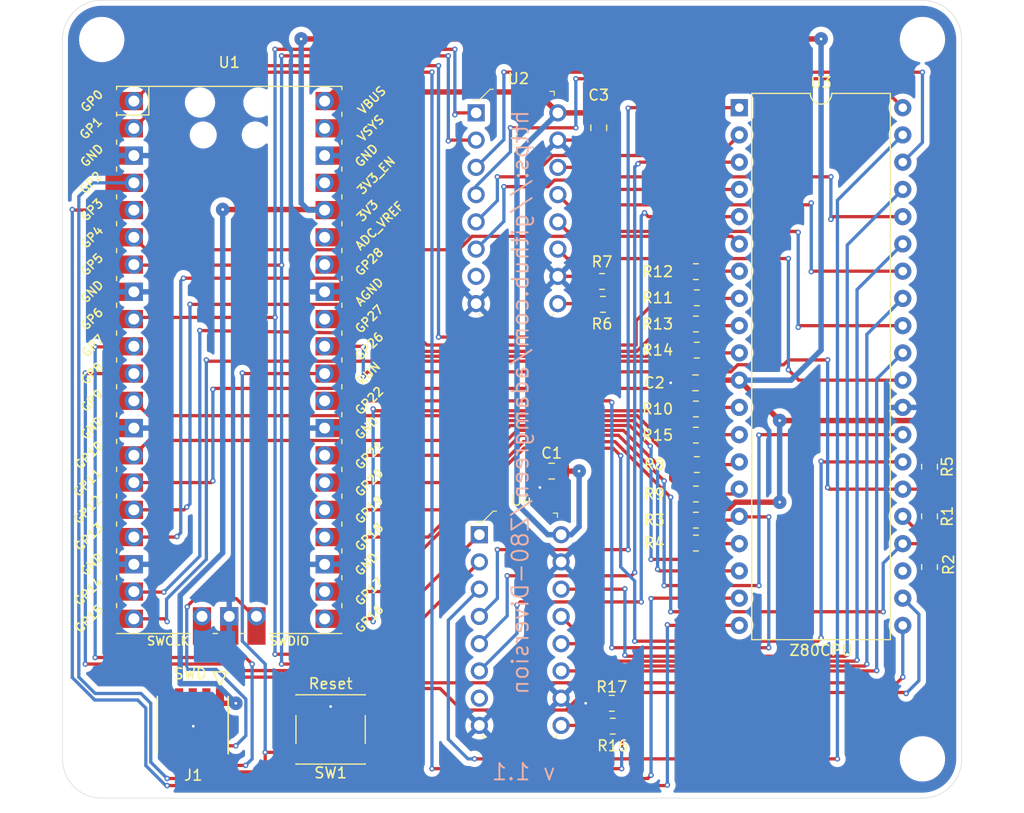
<source format=kicad_pcb>
(kicad_pcb (version 20211014) (generator pcbnew)
  (title_block (date "2023-09-16") (rev "1.1"))
  (layers (0 "F.Cu" signal) (31 "B.Cu" signal) (34 "B.Paste" user) (35 "F.Paste" user) (36 "B.SilkS" user "B.Silkscreen") (37 "F.SilkS" user "F.Silkscreen") (38 "B.Mask" user) (39 "F.Mask" user) (44 "Edge.Cuts" user))
  (net 0 "")
  (net 1 "GND")
  (net 2 "+5V")
  (net 3 "+3.3V")
  (net 4 "Net-(R1-Pad2)")
  (net 5 "/~{Z80_WAIT}")
  (net 6 "/~{Z80_INT}")
  (net 7 "/~{Z80_NMI}")
  (net 8 "/~{Z80_RESET}")
  (net 9 "Net-(R6-Pad1)")
  (net 10 "/Shift_Even")
  (net 11 "Net-(R8-Pad1)")
  (net 12 "/Z80_D0")
  (net 13 "Net-(R9-Pad1)")
  (net 14 "/Z80_D1")
  (net 15 "Net-(R10-Pad1)")
  (net 16 "/Z80_D2")
  (net 17 "Net-(R11-Pad1)")
  (net 18 "/Z80_D3")
  (net 19 "Net-(R12-Pad1)")
  (net 20 "/Z80_D4")
  (net 21 "Net-(R13-Pad1)")
  (net 22 "/Z80_D5")
  (net 23 "Net-(R14-Pad1)")
  (net 24 "/Z80_D6")
  (net 25 "Net-(R15-Pad1)")
  (net 26 "/Z80_D7")
  (net 27 "Net-(R16-Pad1)")
  (net 28 "/Shift_Odd")
  (net 29 "/~{RESET}")
  (net 30 "/~{Shift_Latch}")
  (net 31 "/~{Shift_Clock}")
  (net 32 "/Z80_A8")
  (net 33 "/Z80_A10")
  (net 34 "/Z80_A12")
  (net 35 "/Z80_A14")
  (net 37 "/Z80_A0")
  (net 38 "/Z80_A2")
  (net 39 "/Z80_A4")
  (net 40 "/Z80_A6")
  (net 41 "/Z80_A11")
  (net 42 "/Z80_A13")
  (net 43 "/Z80_A15")
  (net 44 "/~{Z80_CLK}")
  (net 45 "/~{Z80_HALT}")
  (net 46 "/~{Z80_MREQ}")
  (net 47 "/~{Z80_IORQ}")
  (net 48 "/~{Z80_RD}")
  (net 49 "/~{Z80_WR}")
  (net 51 "/~{Z80_M1}")
  (net 52 "/~{Z80_RFSH}")
  (net 53 "/Z80_A1")
  (net 54 "/Z80_A3")
  (net 55 "/Z80_A5")
  (net 56 "/Z80_A7")
  (net 57 "/Z80_A9")
  (net 64 "Net-(J1-Pad4)")
  (net 65 "Net-(J1-Pad2)")
  (footprint "Resistor_SMD:R_0805_2012Metric_Pad1.20x1.40mm_HandSolder" (layer "F.Cu") (at 147.4376 114.6048)
    (fp_text reference "R4")
    (fp_text value "2.2k" hide)
  )
  (footprint "Resistor_SMD:R_0805_2012Metric_Pad1.20x1.40mm_HandSolder" (layer "F.Cu") (at 138.7696 92.3544)
    (fp_text reference "R6")
    (fp_text value "220" hide)
  )
  (footprint "Resistor_SMD:R_0805_2012Metric_Pad1.20x1.40mm_HandSolder" (layer "F.Cu") (at 138.684 90.2208 180)
    (fp_text reference "R7")
    (fp_text value "330" hide)
  )
  (footprint "Capacitor_SMD:C_0805_2012Metric_Pad1.18x1.45mm_HandSolder" (layer "F.Cu") (at 138.3792 75.8952 90)
    (fp_text reference "C3")
    (fp_text value "0.1µF" hide)
  )
  (footprint "MountingHole:MountingHole_3.2mm_M3" (layer "F.Cu") (at 92.0496 134.7216)
    (fp_text reference "REF**" hide)
    (fp_text value "MountingHole_3.2mm_M3")
  )
  (footprint "Resistor_SMD:R_0805_2012Metric_Pad1.20x1.40mm_HandSolder" (layer "F.Cu") (at 147.5232 96.6216 180)
    (fp_text reference "R14")
    (fp_text value "330" hide)
  )
  (footprint "Package_DIP:DIP-40_W15.24mm" (layer "F.Cu") (at 151.4806 74.0206)
    (fp_text reference "U3")
    (fp_text value "Z80CPU")
  )
  (footprint "Resistor_SMD:R_0805_2012Metric_Pad1.20x1.40mm_HandSolder" (layer "F.Cu") (at 147.4376 112.4712)
    (fp_text reference "R3")
    (fp_text value "2.2k")
  )
  (footprint "Resistor_SMD:R_0805_2012Metric_Pad1.20x1.40mm_HandSolder" (layer "F.Cu") (at 139.5984 129.54 180)
    (fp_text reference "R17")
    (fp_text value "330" hide)
  )
  (footprint "Resistor_SMD:R_0805_2012Metric_Pad1.20x1.40mm_HandSolder" (layer "F.Cu") (at 147.4376 89.3064 180)
    (fp_text reference "R12")
    (fp_text value "330" hide)
  )
  (footprint "Resistor_SMD:R_0805_2012Metric_Pad1.20x1.40mm_HandSolder" (layer "F.Cu") (at 147.4376 104.5464 180)
    (fp_text reference "R15")
    (fp_text value "330" hide)
  )
  (footprint "Resistor_SMD:R_0805_2012Metric_Pad1.20x1.40mm_HandSolder" (layer "F.Cu") (at 147.4376 94.1832 180)
    (fp_text reference "R13")
    (fp_text value "330" hide)
  )
  (footprint "Capacitor_SMD:C_0805_2012Metric_Pad1.18x1.45mm_HandSolder" (layer "F.Cu") (at 147.4001 99.6696 180)
    (fp_text reference "C2")
    (fp_text value "0.1µF" hide)
  )
  (footprint "Resistor_SMD:R_0805_2012Metric_Pad1.20x1.40mm_HandSolder" (layer "F.Cu") (at 147.5232 91.7448 180)
    (fp_text reference "R11")
    (fp_text value "330" hide)
  )
  (footprint "MountingHole:MountingHole_3.2mm_M3" (layer "F.Cu") (at 92.0496 67.6656)
    (fp_text reference "REF**" hide)
    (fp_text value "MountingHole_3.2mm_M3")
  )
  (footprint "Resistor_SMD:R_0805_2012Metric_Pad1.20x1.40mm_HandSolder" (layer "F.Cu") (at 139.684 131.6736)
    (fp_text reference "R16")
    (fp_text value "220" hide)
  )
  (footprint "Resistor_SMD:R_0805_2012Metric_Pad1.20x1.40mm_HandSolder" (layer "F.Cu") (at 147.4376 110.0328 180)
    (fp_text reference "R9")
    (fp_text value "330" hide)
  )
  (footprint "Resistor_SMD:R_0805_2012Metric_Pad1.20x1.40mm_HandSolder" (layer "F.Cu") (at 147.5232 107.2896 180)
    (fp_text reference "R8")
    (fp_text value "330" hide)
  )
  (footprint "Resistor_SMD:R_0805_2012Metric_Pad1.20x1.40mm_HandSolder" (layer "F.Cu") (at 147.4376 102.108 180)
    (fp_text reference "R10")
    (fp_text value "330" hide)
  )
  (footprint "RPi_Pico:RPi_Pico_SMD_TH" (layer "F.Cu") (at 103.9368 97.536)
    (fp_text reference "U1")
    (fp_text value "Pico")
  )
  (footprint "digikey-footprints:DIP-16_W7.62mm" (layer "F.Cu") (at 126.9492 74.5056)
    (fp_text reference "U2")
    (fp_text value "SN74HC165N")
  )
  (footprint "Button_Switch_SMD:SW_Push_1P1T_NO_6x6mm_H9.5mm" (layer "F.Cu") (at 113.3856 131.9784 180)
    (fp_text reference "SW1")
    (fp_text value "Reset")
  )
  (footprint "Resistor_SMD:R_0805_2012Metric_Pad1.20x1.40mm_HandSolder" (layer "F.Cu") (at 169.2148 116.84 90)
    (fp_text reference "R2")
    (fp_text value "2.2k" hide)
  )
  (footprint "digikey-footprints:DIP-16_W7.62mm" (layer "F.Cu") (at 127.254 113.8248)
    (fp_text reference "U4")
    (fp_text value "SN74HC165N")
  )
  (footprint "MountingHole:MountingHole_3.2mm_M3" (layer "F.Cu") (at 168.5544 67.6656)
    (fp_text reference "REF**" hide)
    (fp_text value "MountingHole_3.2mm_M3")
  )
  (footprint "SWD_footprints:CON10_2X5_DUK_FTSH_SAI" (layer "F.Cu") (at 100.5332 131.572 180)
    (fp_text reference "J1")
    (fp_text value "SWD")
  )
  (footprint "Resistor_SMD:R_0805_2012Metric_Pad1.20x1.40mm_HandSolder" (layer "F.Cu") (at 169.2148 112.1156 -90)
    (fp_text reference "R1")
    (fp_text value "2.2k" hide)
  )
  (footprint "Resistor_SMD:R_0805_2012Metric_Pad1.20x1.40mm_HandSolder" (layer "F.Cu") (at 169.2148 107.4928 -90)
    (fp_text reference "R5")
    (fp_text value "2.2k" hide)
  )
  (footprint "Capacitor_SMD:C_0805_2012Metric_Pad1.18x1.45mm_HandSolder" (layer "F.Cu") (at 133.9889 107.8992)
    (fp_text reference "C1")
    (fp_text value "0.1µF" hide)
  )
  (footprint "MountingHole:MountingHole_3.2mm_M3" (layer "F.Cu") (at 168.5544 134.7216)
    (fp_text reference "REF**" hide)
    (fp_text value "MountingHole_3.2mm_M3")
  )
  (gr_arc (start 172.212 134.7216) (mid 171.140714 137.307914) (end 168.5544 138.3792) (layer "Edge.Cuts") (width 0.05))
  (gr_line (start 172.212 67.6656) (end 172.212 134.7216) (layer "Edge.Cuts") (width 0.05))
  (gr_arc (start 92.0496 138.3792) (mid 89.463286 137.307914) (end 88.392 134.7216) (layer "Edge.Cuts") (width 0.05))
  (gr_arc (start 168.5544 64.008) (mid 171.140714 65.079286) (end 172.212 67.6656) (layer "Edge.Cuts") (width 0.05))
  (gr_arc (start 88.392 67.6656) (mid 89.463286 65.079286) (end 92.0496 64.008) (layer "Edge.Cuts") (width 0.05))
  (gr_line (start 168.5544 138.3792) (end 92.0496 138.3792) (layer "Edge.Cuts") (width 0.05))
  (gr_line (start 92.0496 64.008) (end 168.5544 64.008) (layer "Edge.Cuts") (width 0.05))
  (gr_line (start 88.392 134.7216) (end 88.392 67.6656) (layer "Edge.Cuts") (width 0.05))
  (gr_text "https://github.com/adamgreen/Z80-Diversion" (at 131.064 101.4984 90) (layer "B.SilkS") (effects (font (size 1.524 1.524) (thickness 0.1778)) (justify mirror)))
  (gr_text "v 1.1" (at 131.3688 135.9408) (layer "B.SilkS") (effects (font (size 1.524 1.524) (thickness 0.1778)) (justify mirror)))
  (segment (start 101.4984 131.6736) (end 100.584 131.6736) (width 0.3048) (layer "F.Cu") (net 1))
  (segment (start 109.4106 129.7284) (end 113.2692 129.7284) (width 0.3048) (layer "F.Cu") (net 1))
  (segment (start 146.3626 99.6696) (end 145.0848 99.6696) (width 0.3048) (layer "F.Cu") (net 1))
  (segment (start 97.9932 129.54) (end 97.9932 130.556) (width 0.3048) (layer "F.Cu") (net 1))
  (segment (start 117.3606 129.7284) (end 113.502 129.7284) (width 0.3048) (layer "F.Cu") (net 1))
  (segment (start 137.684 90.2208) (end 137.2088 89.7456) (width 0.3048) (layer "F.Cu") (net 1))
  (segment (start 100.5332 129.54) (end 100.5332 131.6228) (width 0.3048) (layer "F.Cu") (net 1))
  (segment (start 113.2692 129.7284) (end 113.3856 129.8448) (width 0.3048) (layer "F.Cu") (net 1))
  (segment (start 101.8032 131.3688) (end 101.4984 131.6736) (width 0.3048) (layer "F.Cu") (net 1))
  (segment (start 132.9514 109.3646) (end 132.8928 109.4232) (width 0.3048) (layer "F.Cu") (net 1))
  (segment (start 132.9514 107.8992) (end 132.9514 109.3646) (width 0.3048) (layer "F.Cu") (net 1))
  (segment (start 113.502 129.7284) (end 113.3856 129.8448) (width 0.3048) (layer "F.Cu") (net 1))
  (segment (start 99.1108 131.6736) (end 100.584 131.6736) (width 0.3048) (layer "F.Cu") (net 1))
  (segment (start 138.2663 77.0456) (end 134.5692 77.0456) (width 0.3048) (layer "F.Cu") (net 1))
  (segment (start 137.2088 89.7456) (end 134.5692 89.7456) (width 0.3048) (layer "F.Cu") (net 1))
  (segment (start 97.9932 130.556) (end 99.1108 131.6736) (width 0.3048) (layer "F.Cu") (net 1))
  (segment (start 138.5984 129.54) (end 137.16 129.54) (width 0.3048) (layer "F.Cu") (net 1))
  (segment (start 138.3792 76.9327) (end 138.2663 77.0456) (width 0.3048) (layer "F.Cu") (net 1))
  (segment (start 101.8032 129.54) (end 101.8032 131.3688) (width 0.3048) (layer "F.Cu") (net 1))
  (segment (start 100.5332 131.6228) (end 100.584 131.6736) (width 0.3048) (layer "F.Cu") (net 1))
  (via (at 132.8928 109.4232) (size 0.508) (drill 0.254) (layers "F.Cu" "B.Cu") (net 1))
  (via (at 137.16 129.54) (size 0.508) (drill 0.254) (layers "F.Cu" "B.Cu") (net 1))
  (via (at 113.3856 129.8448) (size 0.508) (drill 0.254) (layers "F.Cu" "B.Cu") (net 1))
  (via (at 145.0848 99.6696) (size 0.508) (drill 0.254) (layers "F.Cu" "B.Cu") (net 1))
  (via (at 100.584 131.6736) (size 0.508) (drill 0.254) (layers "F.Cu" "B.Cu") (net 1))
  (segment (start 134.5692 74.5056) (end 138.0271 74.5056) (width 0.508) (layer "F.Cu") (net 2))
  (segment (start 132.6196 72.556) (end 134.5692 74.5056) (width 0.508) (layer "F.Cu") (net 2))
  (segment (start 135.0264 107.8992) (end 136.5504 107.8992) (width 0.508) (layer "F.Cu") (net 2))
  (segment (start 112.8268 73.406) (end 113.6768 72.556) (width 0.508) (layer "F.Cu") (net 2))
  (segment (start 113.6768 72.556) (end 132.6196 72.556) (width 0.508) (layer "F.Cu") (net 2))
  (segment (start 138.0271 74.5056) (end 138.3792 74.8577) (width 0.508) (layer "F.Cu") (net 2))
  (via (at 136.5504 107.8992) (size 1.27) (drill 0.254) (layers "F.Cu" "B.Cu") (net 2))
  (segment (start 134.5692 74.5056) (end 130.7592 78.3156) (width 0.508) (layer "B.Cu") (net 2))
  (segment (start 136.5504 113.0808) (end 135.8064 113.8248) (width 0.508) (layer "B.Cu") (net 2))
  (segment (start 136.5504 107.8992) (end 136.5504 113.0808) (width 0.508) (layer "B.Cu") (net 2))
  (segment (start 130.7592 78.3156) (end 130.7592 110.9472) (width 0.508) (layer "B.Cu") (net 2))
  (segment (start 133.6368 113.8248) (end 134.874 113.8248) (width 0.508) (layer "B.Cu") (net 2))
  (segment (start 130.7592 110.9472) (end 133.6368 113.8248) (width 0.508) (layer "B.Cu") (net 2))
  (segment (start 135.8064 113.8248) (end 134.874 113.8248) (width 0.508) (layer "B.Cu") (net 2))
  (segment (start 170.4848 107.7628) (end 170.4848 110.1852) (width 0.508) (layer "F.Cu") (net 3))
  (segment (start 103.3272 83.5152) (end 112.776 83.5152) (width 0.508) (layer "F.Cu") (net 3))
  (segment (start 169.2148 117.84) (end 170.4848 116.57) (width 0.508) (layer "F.Cu") (net 3))
  (segment (start 169.2148 106.4928) (end 170.4848 107.7628) (width 0.508) (layer "F.Cu") (net 3))
  (segment (start 167.956135 103.186135) (end 169.2148 104.4448) (width 0.508) (layer "F.Cu") (net 3))
  (segment (start 103.0732 129.54) (end 104.5464 129.54) (width 0.508) (layer "F.Cu") (net 3))
  (segment (start 112.776 83.5152) (end 112.8268 83.566) (width 0.508) (layer "F.Cu") (net 3))
  (segment (start 148.6866 99.4206) (end 148.4376 99.6696) (width 0.508) (layer "F.Cu") (net 3))
  (segment (start 170.4848 112.3856) (end 169.2148 111.1156) (width 0.508) (layer "F.Cu") (net 3))
  (segment (start 159.1056 67.6148) (end 110.6424 67.6148) (width 0.508) (layer "F.Cu") (net 3))
  (segment (start 151.4806 99.4206) (end 155.246135 103.186135) (width 0.508) (layer "F.Cu") (net 3))
  (segment (start 150.530292 111.3648) (end 151.100292 110.7948) (width 0.508) (layer "F.Cu") (net 3))
  (segment (start 170.4848 110.1852) (end 169.5544 111.1156) (width 0.508) (layer "F.Cu") (net 3))
  (segment (start 151.4806 99.4206) (end 148.6866 99.4206) (width 0.508) (layer "F.Cu") (net 3))
  (segment (start 169.2148 104.4448) (end 169.2148 106.4928) (width 0.508) (layer "F.Cu") (net 3))
  (segment (start 147.544 111.3648) (end 150.530292 111.3648) (width 0.508) (layer "F.Cu") (net 3))
  (segment (start 169.5544 111.1156) (end 169.2148 111.1156) (width 0.508) (layer "F.Cu") (net 3))
  (segment (start 170.4848 116.57) (end 170.4848 112.3856) (width 0.508) (layer "F.Cu") (net 3))
  (segment (start 146.4376 112.4712) (end 147.544 111.3648) (width 0.508) (layer "F.Cu") (net 3))
  (segment (start 151.100292 110.7948) (end 155.2448 110.7948) (width 0.508) (layer "F.Cu") (net 3))
  (segment (start 146.4376 114.6048) (end 146.4376 112.4712) (width 0.508) (layer "F.Cu") (net 3))
  (segment (start 155.246135 103.186135) (end 167.956135 103.186135) (width 0.508) (layer "F.Cu") (net 3))
  (via (at 155.2448 110.7948) (size 1.27) (drill 0.254) (layers "F.Cu" "B.Cu") (net 3))
  (via (at 155.246135 103.186135) (size 1.27) (drill 0.254) (layers "F.Cu" "B.Cu") (net 3))
  (via (at 104.5464 129.54) (size 1.27) (drill 0.254) (layers "F.Cu" "B.Cu") (net 3))
  (via (at 110.6424 67.6148) (size 1.27) (drill 0.254) (layers "F.Cu" "B.Cu") (net 3))
  (via (at 159.1056 67.6148) (size 1.27) (drill 0.254) (layers "F.Cu" "B.Cu") (net 3))
  (via (at 103.3272 83.5152) (size 1.27) (drill 0.254) (layers "F.Cu" "B.Cu") (net 3))
  (segment (start 110.6424 82.9056) (end 111.3028 83.566) (width 0.508) (layer "B.Cu") (net 3))
  (segment (start 99.3648 127.7112) (end 99.3648 119.4816) (width 0.508) (layer "B.Cu") (net 3))
  (segment (start 99.3648 119.4816) (end 103.3272 115.5192) (width 0.508) (layer "B.Cu") (net 3))
  (segment (start 155.2448 110.7948) (end 155.2448 103.18747) (width 0.508) (layer "B.Cu") (net 3))
  (segment (start 104.5464 129.54) (end 102.7176 127.7112) (width 0.508) (layer "B.Cu") (net 3))
  (segment (start 156.3066 99.4206) (end 151.4806 99.4206) (width 0.508) (layer "B.Cu") (net 3))
  (segment (start 159.1056 96.6216) (end 156.3066 99.4206) (width 0.508) (layer "B.Cu") (net 3))
  (segment (start 110.6424 67.6148) (end 110.6424 82.9056) (width 0.508) (layer "B.Cu") (net 3))
  (segment (start 103.3272 115.5192) (end 103.3272 83.5152) (width 0.508) (layer "B.Cu") (net 3))
  (segment (start 102.7176 127.7112) (end 99.3648 127.7112) (width 0.508) (layer "B.Cu") (net 3))
  (segment (start 111.3028 83.566) (end 112.8268 83.566) (width 0.508) (layer "B.Cu") (net 3))
  (segment (start 155.2448 103.18747) (end 155.246135 103.186135) (width 0.508) (layer "B.Cu") (net 3))
  (segment (start 159.1056 67.6148) (end 159.1056 96.6216) (width 0.508) (layer "B.Cu") (net 3))
  (segment (start 166.7206 112.1206) (end 167.8332 113.2332) (width 0.3048) (layer "F.Cu") (net 4))
  (segment (start 169.0972 113.2332) (end 169.2148 113.1156) (width 0.3048) (layer "F.Cu") (net 4))
  (segment (start 167.8332 113.2332) (end 169.0972 113.2332) (width 0.3048) (layer "F.Cu") (net 4))
  (segment (start 168.0354 114.6606) (end 169.2148 115.84) (width 0.3048) (layer "F.Cu") (net 5))
  (segment (start 145.0848 121.0056) (end 164.8968 121.0056) (width 0.3048) (layer "F.Cu") (net 5))
  (segment (start 139.9032 105.156) (end 145.0848 110.3376) (width 0.3048) (layer "F.Cu") (net 5))
  (segment (start 112.8268 114.046) (end 122.4788 114.046) (width 0.3048) (layer "F.Cu") (net 5))
  (segment (start 131.3688 105.156) (end 139.9032 105.156) (width 0.3048) (layer "F.Cu") (net 5))
  (segment (start 166.7206 114.6606) (end 168.0354 114.6606) (width 0.3048) (layer "F.Cu") (net 5))
  (segment (start 122.4788 114.046) (end 131.3688 105.156) (width 0.3048) (layer "F.Cu") (net 5))
  (via (at 164.8968 121.0056) (size 0.508) (drill 0.254) (layers "F.Cu" "B.Cu") (net 5))
  (via (at 145.0848 110.3376) (size 0.508) (drill 0.254) (layers "F.Cu" "B.Cu") (net 5))
  (via (at 145.0848 121.0056) (size 0.508) (drill 0.254) (layers "F.Cu" "B.Cu") (net 5))
  (segment (start 164.8968 116.4844) (end 166.7206 114.6606) (width 0.3048) (layer "B.Cu") (net 5))
  (segment (start 145.0848 110.3376) (end 145.0848 121.0056) (width 0.3048) (layer "B.Cu") (net 5))
  (segment (start 164.8968 121.0056) (end 164.8968 116.4844) (width 0.3048) (layer "B.Cu") (net 5))
  (segment (start 139.446 101.346) (end 139.5984 101.4984) (width 0.3048) (layer "F.Cu") (net 6))
  (segment (start 154.2288 112.1664) (end 151.5264 112.1664) (width 0.3048) (layer "F.Cu") (net 6))
  (segment (start 151.13 112.4712) (end 148.4376 112.4712) (width 0.3048) (layer "F.Cu") (net 6))
  (segment (start 112.8268 101.346) (end 139.446 101.346) (width 0.3048) (layer "F.Cu") (net 6))
  (segment (start 151.4806 112.1206) (end 151.13 112.4712) (width 0.3048) (layer "F.Cu") (net 6))
  (segment (start 151.5264 112.1664) (end 151.4806 112.1206) (width 0.3048) (layer "F.Cu") (net 6))
  (segment (start 139.5984 124.3584) (end 154.2288 124.3584) (width 0.3048) (layer "F.Cu") (net 6))
  (via (at 139.5984 124.3584) (size 0.508) (drill 0.254) (layers "F.Cu" "B.Cu") (net 6))
  (via (at 154.2288 112.1664) (size 0.508) (drill 0.254) (layers "F.Cu" "B.Cu") (net 6))
  (via (at 154.2288 124.3584) (size 0.508) (drill 0.254) (layers "F.Cu" "B.Cu") (net 6))
  (via (at 139.5984 101.4984) (size 0.508) (drill 0.254) (layers "F.Cu" "B.Cu") (net 6))
  (segment (start 154.2288 124.3584) (end 154.2288 112.1664) (width 0.3048) (layer "B.Cu") (net 6))
  (segment (start 139.5984 101.4984) (end 139.5984 124.3584) (width 0.3048) (layer "B.Cu") (net 6))
  (segment (start 151.4806 114.6606) (end 148.4934 114.6606) (width 0.3048) (layer "F.Cu") (net 7))
  (segment (start 148.4934 114.6606) (end 148.4376 114.6048) (width 0.3048) (layer "F.Cu") (net 7))
  (segment (start 127.3692 106.426) (end 130.1496 103.6456) (width 0.3048) (layer "F.Cu") (net 7))
  (segment (start 112.8268 106.426) (end 127.3692 106.426) (width 0.3048) (layer "F.Cu") (net 7))
  (segment (start 143.256 116.1288) (end 146.9136 116.1288) (width 0.3048) (layer "F.Cu") (net 7))
  (segment (start 130.1496 103.6456) (end 141.260844 103.6456) (width 0.3048) (layer "F.Cu") (net 7))
  (segment (start 141.260844 103.6456) (end 143.18223 105.566986) (width 0.3048) (layer "F.Cu") (net 7))
  (segment (start 146.9136 116.1288) (end 148.4376 114.6048) (width 0.3048) (layer "F.Cu") (net 7))
  (via (at 143.18223 105.566986) (size 0.508) (drill 0.254) (layers "F.Cu" "B.Cu") (net 7))
  (via (at 143.256 116.1288) (size 0.508) (drill 0.254) (layers "F.Cu" "B.Cu") (net 7))
  (segment (start 143.18223 105.566986) (end 143.256 105.640756) (width 0.3048) (layer "B.Cu") (net 7))
  (segment (start 143.256 105.640756) (end 143.256 116.1288) (width 0.3048) (layer "B.Cu") (net 7))
  (segment (start 116.8538 98.6398) (end 150.6866 98.6398) (width 0.3048) (layer "F.Cu") (net 8))
  (segment (start 168.127 109.5806) (end 169.2148 108.4928) (width 0.3048) (layer "F.Cu") (net 8))
  (segment (start 159.8726 109.5806) (end 166.7206 109.5806) (width 0.3048) (layer "F.Cu") (net 8))
  (segment (start 156.0576 97.536) (end 159.7152 97.536) (width 0.3048) (layer "F.Cu") (net 8))
  (segment (start 166.7206 109.5806) (end 168.127 109.5806) (width 0.3048) (layer "F.Cu") (net 8))
  (segment (start 159.7152 109.4232) (end 159.8726 109.5806) (width 0.3048) (layer "F.Cu") (net 8))
  (segment (start 155.6082 97.9854) (end 156.0576 97.536) (width 0.3048) (layer "F.Cu") (net 8))
  (segment (start 116.3828 96.266) (end 116.4336 96.3168) (width 0.3048) (layer "F.Cu") (net 8))
  (segment (start 150.6866 98.6398) (end 151.341 97.9854) (width 0.3048) (layer "F.Cu") (net 8))
  (segment (start 116.4336 99.06) (end 116.8538 98.6398) (width 0.3048) (layer "F.Cu") (net 8))
  (segment (start 151.341 97.9854) (end 155.6082 97.9854) (width 0.3048) (layer "F.Cu") (net 8))
  (segment (start 112.8268 96.266) (end 116.3828 96.266) (width 0.3048) (layer "F.Cu") (net 8))
  (via (at 116.4336 99.06) (size 0.508) (drill 0.254) (layers "F.Cu" "B.Cu") (net 8))
  (via (at 116.4336 96.3168) (size 0.508) (drill 0.254) (layers "F.Cu" "B.Cu") (net 8))
  (via (at 159.7152 97.536) (size 0.508) (drill 0.254) (layers "F.Cu" "B.Cu") (net 8))
  (via (at 159.7152 109.4232) (size 0.508) (drill 0.254) (layers "F.Cu" "B.Cu") (net 8))
  (segment (start 116.4336 96.3168) (end 116.4336 99.06) (width 0.3048) (layer "B.Cu") (net 8))
  (segment (start 159.7152 97.536) (end 159.7152 109.4232) (width 0.3048) (layer "B.Cu") (net 8))
  (segment (start 134.5692 92.2856) (end 137.7008 92.2856) (width 0.3048) (layer "F.Cu") (net 9))
  (segment (start 137.7008 92.2856) (end 137.7696 92.3544) (width 0.3048) (layer "F.Cu") (net 9))
  (segment (start 100.8888 70.104) (end 123.444 70.104) (width 0.3048) (layer "F.Cu") (net 10))
  (segment (start 139.684 90.2208) (end 139.684 92.2688) (width 0.3048) (layer "F.Cu") (net 10))
  (segment (start 139.684 92.2688) (end 139.7696 92.3544) (width 0.3048) (layer "F.Cu") (net 10))
  (segment (start 136.7216 95.4024) (end 139.7696 92.3544) (width 0.3048) (layer "F.Cu") (net 10))
  (segment (start 123.444 95.4024) (end 136.7216 95.4024) (width 0.3048) (layer "F.Cu") (net 10))
  (segment (start 95.0468 73.406) (end 98.3488 70.104) (width 0.3048) (layer "F.Cu") (net 10))
  (segment (start 98.3488 70.104) (end 100.8888 70.104) (width 0.3048) (layer "F.Cu") (net 10))
  (via (at 123.444 70.104) (size 0.508) (drill 0.254) (layers "F.Cu" "B.Cu") (net 10))
  (via (at 123.444 95.4024) (size 0.508) (drill 0.254) (layers "F.Cu" "B.Cu") (net 10))
  (segment (start 123.444 70.104) (end 123.444 95.4024) (width 0.3048) (layer "B.Cu") (net 10))
  (segment (start 151.4298 107.0406) (end 151.1808 107.2896) (width 0.3048) (layer "F.Cu") (net 11))
  (segment (start 151.4806 107.0406) (end 151.4298 107.0406) (width 0.3048) (layer "F.Cu") (net 11))
  (segment (start 151.1808 107.2896) (end 148.5232 107.2896) (width 0.3048) (layer "F.Cu") (net 11))
  (segment (start 146.5232 107.2896) (end 141.9648 102.7312) (width 0.3048) (layer "F.Cu") (net 12))
  (segment (start 96.432 102.7312) (end 95.0468 101.346) (width 0.3048) (layer "F.Cu") (net 12))
  (segment (start 141.9648 102.7312) (end 96.432 102.7312) (width 0.3048) (layer "F.Cu") (net 12))
  (segment (start 151.0284 110.0328) (end 148.4376 110.0328) (width 0.3048) (layer "F.Cu") (net 13))
  (segment (start 151.4806 109.5806) (end 151.0284 110.0328) (width 0.3048) (layer "F.Cu") (net 13))
  (segment (start 129.8448 103.1884) (end 127.9924 105.0408) (width 0.3048) (layer "F.Cu") (net 14))
  (segment (start 141.5932 103.1884) (end 129.8448 103.1884) (width 0.3048) (layer "F.Cu") (net 14))
  (segment (start 145.0848 108.68) (end 145.0848 106.68) (width 0.3048) (layer "F.Cu") (net 14))
  (segment (start 145.0848 106.68) (end 141.5932 103.1884) (width 0.3048) (layer "F.Cu") (net 14))
  (segment (start 96.432 105.0408) (end 95.0468 106.426) (width 0.3048) (layer "F.Cu") (net 14))
  (segment (start 127.9924 105.0408) (end 96.432 105.0408) (width 0.3048) (layer "F.Cu") (net 14))
  (segment (start 146.4376 110.0328) (end 145.0848 108.68) (width 0.3048) (layer "F.Cu") (net 14))
  (segment (start 151.4806 101.9606) (end 148.585 101.9606) (width 0.3048) (layer "F.Cu") (net 15))
  (segment (start 148.585 101.9606) (end 148.4376 102.108) (width 0.3048) (layer "F.Cu") (net 15))
  (segment (start 144.5208 100.1912) (end 102.5008 100.1912) (width 0.3048) (layer "F.Cu") (net 16))
  (segment (start 102.4128 108.8136) (end 102.2604 108.966) (width 0.3048) (layer "F.Cu") (net 16))
  (segment (start 146.4376 102.108) (end 144.5208 100.1912) (width 0.3048) (layer "F.Cu") (net 16))
  (segment (start 102.5008 100.1912) (end 102.4128 100.2792) (width 0.3048) (layer "F.Cu") (net 16))
  (segment (start 102.2604 108.966) (end 95.0468 108.966) (width 0.3048) (layer "F.Cu") (net 16))
  (via (at 102.4128 100.2792) (size 0.508) (drill 0.254) (layers "F.Cu" "B.Cu") (net 16))
  (via (at 102.4128 108.8136) (size 0.508) (drill 0.254) (layers "F.Cu" "B.Cu") (net 16))
  (segment (start 102.4128 100.2792) (end 102.4128 108.8136) (width 0.3048) (layer "B.Cu") (net 16))
  (segment (start 148.579 91.8006) (end 148.5232 91.7448) (width 0.3048) (layer "F.Cu") (net 17))
  (segment (start 151.4806 91.8006) (end 148.579 91.8006) (width 0.3048) (layer "F.Cu") (net 17))
  (segment (start 121.462578 96.7368) (end 117.080178 92.3544) (width 0.3048) (layer "F.Cu") (net 18))
  (segment (start 99.7204 111.506) (end 95.0468 111.506) (width 0.3048) (layer "F.Cu") (net 18))
  (segment (start 146.5232 92.1352) (end 141.9216 96.7368) (width 0.3048) (layer "F.Cu") (net 18))
  (segment (start 117.080178 92.3544) (end 100.2792 92.3544) (width 0.3048) (layer "F.Cu") (net 18))
  (segment (start 146.5232 91.7448) (end 146.5232 92.1352) (width 0.3048) (layer "F.Cu") (net 18))
  (segment (start 99.9744 111.252) (end 99.7204 111.506) (width 0.3048) (layer "F.Cu") (net 18))
  (segment (start 141.9216 96.7368) (end 121.462578 96.7368) (width 0.3048) (layer "F.Cu") (net 18))
  (via (at 100.2792 92.3544) (size 0.508) (drill 0.254) (layers "F.Cu" "B.Cu") (net 18))
  (via (at 99.9744 111.252) (size 0.508) (drill 0.254) (layers "F.Cu" "B.Cu") (net 18))
  (segment (start 100.2792 110.9472) (end 99.9744 111.252) (width 0.3048) (layer "B.Cu") (net 18))
  (segment (start 100.2792 92.3544) (end 100.2792 110.9472) (width 0.3048) (layer "B.Cu") (net 18))
  (segment (start 148.4834 89.2606) (end 148.4376 89.3064) (width 0.3048) (layer "F.Cu") (net 19))
  (segment (start 151.4806 89.2606) (end 148.4834 89.2606) (width 0.3048) (layer "F.Cu") (net 19))
  (segment (start 99.0092 114.046) (end 95.0468 114.046) (width 0.3048) (layer "F.Cu") (net 20))
  (segment (start 146.4376 89.3064) (end 141.865911 93.878089) (width 0.3048) (layer "F.Cu") (net 20))
  (segment (start 116.1288 89.916) (end 99.6696 89.916) (width 0.3048) (layer "F.Cu") (net 20))
  (segment (start 141.865911 96.145911) (end 122.358711 96.145911) (width 0.3048) (layer "F.Cu") (net 20))
  (segment (start 141.865911 93.878089) (end 141.865911 96.145911) (width 0.3048) (layer "F.Cu") (net 20))
  (segment (start 122.358711 96.145911) (end 116.1288 89.916) (width 0.3048) (layer "F.Cu") (net 20))
  (segment (start 99.06 113.9952) (end 99.0092 114.046) (width 0.3048) (layer "F.Cu") (net 20))
  (via (at 99.6696 89.916) (size 0.508) (drill 0.254) (layers "F.Cu" "B.Cu") (net 20))
  (via (at 99.06 113.9952) (size 0.508) (drill 0.254) (layers "F.Cu" "B.Cu") (net 20))
  (segment (start 99.4156 90.17) (end 99.4156 113.6396) (width 0.3048) (layer "B.Cu") (net 20))
  (segment (start 99.4156 113.6396) (end 99.06 113.9952) (width 0.3048) (layer "B.Cu") (net 20))
  (segment (start 99.6696 89.916) (end 99.4156 90.17) (width 0.3048) (layer "B.Cu") (net 20))
  (segment (start 148.595 94.3406) (end 148.4376 94.1832) (width 0.3048) (layer "F.Cu") (net 21))
  (segment (start 151.4806 94.3406) (end 148.595 94.3406) (width 0.3048) (layer "F.Cu") (net 21))
  (segment (start 97.8408 119.1768) (end 95.0976 119.1768) (width 0.3048) (layer "F.Cu") (net 22))
  (segment (start 143.4268 97.194) (end 146.4376 94.1832) (width 0.3048) (layer "F.Cu") (net 22))
  (segment (start 121.2732 97.194) (end 143.4268 97.194) (width 0.3048) (layer "F.Cu") (net 22))
  (segment (start 95.0976 119.1768) (end 95.0468 119.126) (width 0.3048) (layer "F.Cu") (net 22))
  (segment (start 119.1768 95.0976) (end 121.2732 97.194) (width 0.3048) (layer "F.Cu") (net 22))
  (segment (start 101.1936 94.7928) (end 119.1768 95.0976) (width 0.3048) (layer "F.Cu") (net 22))
  (via (at 101.1936 94.7928) (size 0.508) (drill 0.254) (layers "F.Cu" "B.Cu") (net 22))
  (via (at 97.8408 119.1768) (size 0.508) (drill 0.254) (layers "F.Cu" "B.Cu") (net 22))
  (segment (start 101.1936 94.7928) (end 101.1936 115.824) (width 0.3048) (layer "B.Cu") (net 22))
  (segment (start 101.1936 115.824) (end 97.8408 119.1768) (width 0.3048) (layer "B.Cu") (net 22))
  (segment (start 148.7822 96.8806) (end 148.5232 96.6216) (width 0.3048) (layer "F.Cu") (net 23))
  (segment (start 151.4806 96.8806) (end 148.7822 96.8806) (width 0.3048) (layer "F.Cu") (net 23))
  (segment (start 101.9184 97.6512) (end 101.8032 97.536) (width 0.3048) (layer "F.Cu") (net 24))
  (segment (start 146.5232 96.6216) (end 145.4936 97.6512) (width 0.3048) (layer "F.Cu") (net 24))
  (segment (start 145.4936 97.6512) (end 101.9184 97.6512) (width 0.3048) (layer "F.Cu") (net 24))
  (segment (start 97.8916 121.666) (end 95.0468 121.666) (width 0.3048) (layer "F.Cu") (net 24))
  (segment (start 98.1456 121.92) (end 97.8916 121.666) (width 0.3048) (layer "F.Cu") (net 24))
  (via (at 101.8032 97.536) (size 0.508) (drill 0.254) (layers "F.Cu" "B.Cu") (net 24))
  (via (at 98.1456 121.92) (size 0.508) (drill 0.254) (layers "F.Cu" "B.Cu") (net 24))
  (segment (start 98.0953 121.8697) (end 98.1456 121.92) (width 0.3048) (layer "B.Cu") (net 24))
  (segment (start 101.8032 116.1288) (end 98.0953 119.8367) (width 0.3048) (layer "B.Cu") (net 24))
  (segment (start 101.8032 97.536) (end 101.8032 116.1288) (width 0.3048) (layer "B.Cu") (net 24))
  (segment (start 98.0953 119.8367) (end 98.0953 121.8697) (width 0.3048) (layer "B.Cu") (net 24))
  (segment (start 151.4806 104.5006) (end 148.4834 104.5006) (width 0.3048) (layer "F.Cu") (net 25))
  (segment (start 148.4834 104.5006) (end 148.4376 104.5464) (width 0.3048) (layer "F.Cu") (net 25))
  (segment (start 117.094 121.666) (end 117.348 121.92) (width 0.3048) (layer "F.Cu") (net 26))
  (segment (start 146.4376 104.5464) (end 144.1652 102.274) (width 0.3048) (layer "F.Cu") (net 26))
  (segment (start 141.775421 102.274001) (end 117.514001 102.274001) (width 0.3048) (layer "F.Cu") (net 26))
  (segment (start 144.1652 102.274) (end 141.775421 102.274001) (width 0.3048) (layer "F.Cu") (net 26))
  (segment (start 117.514001 102.274001) (end 117.348 102.108) (width 0.3048) (layer "F.Cu") (net 26))
  (segment (start 112.8268 121.666) (end 117.094 121.666) (width 0.3048) (layer "F.Cu") (net 26))
  (via (at 117.348 102.108) (size 0.508) (drill 0.254) (layers "F.Cu" "B.Cu") (net 26))
  (via (at 117.348 121.92) (size 0.508) (drill 0.254) (layers "F.Cu" "B.Cu") (net 26))
  (segment (start 117.348 121.92) (end 117.348 102.108) (width 0.3048) (layer "B.Cu") (net 26))
  (segment (start 134.874 131.6048) (end 138.6152 131.6048) (width 0.3048) (layer "F.Cu") (net 27))
  (segment (start 138.6152 131.6048) (end 138.684 131.6736) (width 0.3048) (layer "F.Cu") (net 27))
  (segment (start 95.0468 75.946) (end 100.2792 70.7136) (width 0.3048) (layer "F.Cu") (net 28))
  (segment (start 140.684 131.6736) (end 140.684 129.6256) (width 0.3048) (layer "F.Cu") (net 28))
  (segment (start 140.684 129.6256) (end 140.5984 129.54) (width 0.3048) (layer "F.Cu") (net 28))
  (segment (start 140.5128 133.8072) (end 140.5128 131.8448) (width 0.3048) (layer "F.Cu") (net 28))
  (segment (start 100.8888 70.7136) (end 122.8344 70.7136) (width 0.3048) (layer "F.Cu") (net 28))
  (segment (start 122.8344 135.636) (end 140.5128 135.636) (width 0.3048) (layer "F.Cu") (net 28))
  (segment (start 100.2792 70.7136) (end 100.8888 70.7136) (width 0.3048) (layer "F.Cu") (net 28))
  (segment (start 140.5128 131.8448) (end 140.684 131.6736) (width 0.3048) (layer "F.Cu") (net 28))
  (via (at 122.8344 135.636) (size 0.508) (drill 0.254) (layers "F.Cu" "B.Cu") (net 28))
  (via (at 122.8344 70.7136) (size 0.508) (drill 0.254) (layers "F.Cu" "B.Cu") (net 28))
  (via (at 140.5128 133.8072) (size 0.508) (drill 0.254) (layers "F.Cu" "B.Cu") (net 28))
  (via (at 140.5128 135.636) (size 0.508) (drill 0.254) (layers "F.Cu" "B.Cu") (net 28))
  (segment (start 140.5128 135.636) (end 140.5128 133.8072) (width 0.3048) (layer "B.Cu") (net 28))
  (segment (start 122.8344 70.7136) (end 122.8344 135.636) (width 0.3048) (layer "B.Cu") (net 28))
  (segment (start 107.2896 134.112) (end 109.2942 134.112) (width 0.3048) (layer "F.Cu") (net 29))
  (segment (start 107.2896 135.0264) (end 107.2896 134.112) (width 0.3048) (layer "F.Cu") (net 29))
  (segment (start 99.06 135.9408) (end 106.3752 135.9408) (width 0.3048) (layer "F.Cu") (net 29))
  (segment (start 97.9932 133.604) (end 97.9932 134.62) (width 0.3048) (layer "F.Cu") (net 29))
  (segment (start 105.156 98.7552) (end 105.2068 98.806) (width 0.3048) (layer "F.Cu") (net 29))
  (segment (start 109.4106 134.2284) (end 117.3606 134.2284) (width 0.3048) (layer "F.Cu") (net 29))
  (segment (start 109.2942 134.112) (end 109.4106 134.2284) (width 0.3048) (layer "F.Cu") (net 29))
  (segment (start 97.9932 134.62) (end 99.06 135.9408) (width 0.3048) (layer "F.Cu") (net 29))
  (segment (start 105.2068 98.806) (end 112.8268 98.806) (width 0.3048) (layer "F.Cu") (net 29))
  (segment (start 106.3752 135.9408) (end 107.2896 135.0264) (width 0.3048) (layer "F.Cu") (net 29))
  (via (at 107.2896 134.112) (size 0.508) (drill 0.254) (layers "F.Cu" "B.Cu") (net 29))
  (via (at 105.156 98.7552) (size 0.508) (drill 0.254) (layers "F.Cu" "B.Cu") (net 29))
  (segment (start 105.156 98.7552) (end 105.156 123.7488) (width 0.3048) (layer "B.Cu") (net 29))
  (segment (start 105.156 123.7488) (end 107.2896 125.8824) (width 0.3048) (layer "B.Cu") (net 29))
  (segment (start 107.2896 125.8824) (end 107.2896 134.112) (width 0.3048) (layer "B.Cu") (net 29))
  (segment (start 116.1108 124.968) (end 108.204 124.968) (width 0.3048) (layer "F.Cu") (net 30))
  (segment (start 108.204 93.5736) (end 95.1992 93.5736) (width 0.3048) (layer "F.Cu") (net 30))
  (segment (start 127.254 113.8248) (end 116.1108 124.968) (width 0.3048) (layer "F.Cu") (net 30))
  (segment (start 124.968 68.58) (end 108.204 68.58) (width 0.3048) (layer "F.Cu") (net 30))
  (segment (start 95.1992 93.5736) (end 95.0468 93.726) (width 0.3048) (layer "F.Cu") (net 30))
  (segment (start 126.9492 74.5056) (end 125.1384 74.5056) (width 0.3048) (layer "F.Cu") (net 30))
  (segment (start 125.1384 74.5056) (end 124.968 74.676) (width 0.3048) (layer "F.Cu") (net 30))
  (via (at 108.204 68.58) (size 0.508) (drill 0.254) (layers "F.Cu" "B.Cu") (net 30))
  (via (at 124.968 68.58) (size 0.508) (drill 0.254) (layers "F.Cu" "B.Cu") (net 30))
  (via (at 108.204 93.5736) (size 0.508) (drill 0.254) (layers "F.Cu" "B.Cu") (net 30))
  (via (at 108.204 124.968) (size 0.508) (drill 0.254) (layers "F.Cu" "B.Cu") (net 30))
  (via (at 124.968 74.676) (size 0.508) (drill 0.254) (layers "F.Cu" "B.Cu") (net 30))
  (segment (start 108.204 68.58) (end 108.204 93.5736) (width 0.3048) (layer "B.Cu") (net 30))
  (segment (start 108.204 124.968) (end 108.204 93.5736) (width 0.3048) (layer "B.Cu") (net 30))
  (segment (start 124.968 68.58) (end 124.968 74.676) (width 0.3048) (layer "B.Cu") (net 30))
  (segment (start 127.254 116.3648) (end 117.7364 125.8824) (width 0.3048) (layer "F.Cu") (net 31))
  (segment (start 108.8136 88.6968) (end 95.0976 88.6968) (width 0.3048) (layer "F.Cu") (net 31))
  (segment (start 117.7364 125.8824) (end 108.8136 125.8824) (width 0.3048) (layer "F.Cu") (net 31))
  (segment (start 126.9492 77.0456) (end 124.4272 77.0456) (width 0.3048) (layer "F.Cu") (net 31))
  (segment (start 124.3584 69.1896) (end 108.8136 69.1896) (width 0.3048) (layer "F.Cu") (net 31))
  (segment (start 95.0976 88.6968) (end 95.0468 88.646) (width 0.3048) (layer "F.Cu") (net 31))
  (segment (start 124.4272 77.0456) (end 124.3584 77.1144) (width 0.3048) (layer "F.Cu") (net 31))
  (via (at 124.3584 77.1144) (size 0.508) (drill 0.254) (layers "F.Cu" "B.Cu") (net 31))
  (via (at 108.8136 88.6968) (size 0.508) (drill 0.254) (layers "F.Cu" "B.Cu") (net 31))
  (via (at 108.8136 69.1896) (size 0.508) (drill 0.254) (layers "F.Cu" "B.Cu") (net 31))
  (via (at 124.3584 69.1896) (size 0.508) (drill 0.254) (layers "F.Cu" "B.Cu") (net 31))
  (via (at 108.8136 125.8824) (size 0.508) (drill 0.254) (layers "F.Cu" "B.Cu") (net 31))
  (segment (start 108.8136 69.1896) (end 108.8136 88.6968) (width 0.3048) (layer "B.Cu") (net 31))
  (segment (start 124.3584 69.1896) (end 124.3584 77.1144) (width 0.3048) (layer "B.Cu") (net 31))
  (segment (start 108.8136 125.8824) (end 108.8136 88.6968) (width 0.3048) (layer "B.Cu") (net 31))
  (segment (start 129.54 70.7136) (end 168.5544 70.7136) (width 0.3048) (layer "F.Cu") (net 32))
  (via (at 168.5544 70.7136) (size 0.508) (drill 0.254) (layers "F.Cu" "B.Cu") (net 32))
  (via (at 129.54 70.7136) (size 0.508) (drill 0.254) (layers "F.Cu" "B.Cu") (net 32))
  (segment (start 129.54 70.7136) (end 129.54 76.9948) (width 0.3048) (layer "B.Cu") (net 32))
  (segment (start 168.5544 70.7136) (end 168.5544 77.2668) (width 0.3048) (layer "B.Cu") (net 32))
  (segment (start 129.54 76.9948) (end 126.9492 79.5856) (width 0.3048) (layer "B.Cu") (net 32))
  (segment (start 168.5544 77.2668) (end 166.7206 79.1006) (width 0.3048) (layer "B.Cu") (net 32))
  (segment (start 164.0232 71.3232) (end 166.7206 74.0206) (width 0.3048) (layer "F.Cu") (net 33))
  (segment (start 130.1496 75.8952) (end 136.2456 75.8952) (width 0.3048) (layer "F.Cu") (net 33))
  (segment (start 136.2456 71.3232) (end 164.0232 71.3232) (width 0.3048) (layer "F.Cu") (net 33))
  (via (at 136.2456 71.3232) (size 0.508) (drill 0.254) (layers "F.Cu" "B.Cu") (net 33))
  (via (at 136.2456 75.8952) (size 0.508) (drill 0.254) (layers "F.Cu" "B.Cu") (net 33))
  (via (at 130.1496 75.8952) (size 0.508) (drill 0.254) (layers "F.Cu" "B.Cu") (net 33))
  (segment (start 126.9492 81.335337) (end 130.1496 78.134937) (width 0.3048) (layer "B.Cu") (net 33))
  (segment (start 130.1496 78.134937) (end 130.1496 75.8952) (width 0.3048) (layer "B.Cu") (net 33))
  (segment (start 126.9492 82.1256) (end 126.9492 81.335337) (width 0.3048) (layer "B.Cu") (net 33))
  (segment (start 136.2456 75.8952) (end 136.2456 71.3232) (width 0.3048) (layer "B.Cu") (net 33))
  (segment (start 149.5604 78.4808) (end 151.4806 76.5606) (width 0.3048) (layer "F.Cu") (net 34))
  (segment (start 132.125176 80.4672) (end 134.111576 78.4808) (width 0.3048) (layer "F.Cu") (net 34))
  (segment (start 128.9304 80.4672) (end 132.125176 80.4672) (width 0.3048) (layer "F.Cu") (net 34))
  (segment (start 134.111576 78.4808) (end 149.5604 78.4808) (width 0.3048) (layer "F.Cu") (net 34))
  (via (at 128.9304 80.4672) (size 0.508) (drill 0.254) (layers "F.Cu" "B.Cu") (net 34))
  (segment (start 128.9304 82.6844) (end 128.9304 80.4672) (width 0.3048) (layer "B.Cu") (net 34))
  (segment (start 126.9492 84.6656) (end 128.9304 82.6844) (width 0.3048) (layer "B.Cu") (net 34))
  (segment (start 133.646799 81.3816) (end 134.256399 80.772) (width 0.3048) (layer "F.Cu") (net 35))
  (segment (start 135.9408 80.772) (end 136.8552 81.6864) (width 0.3048) (layer "F.Cu") (net 35))
  (segment (start 136.8552 81.6864) (end 136.901 81.6406) (width 0.3048) (layer "F.Cu") (net 35))
  (segment (start 129.54 81.3816) (end 133.646799 81.3816) (width 0.3048) (layer "F.Cu") (net 35))
  (segment (start 134.256399 80.772) (end 135.9408 80.772) (width 0.3048) (layer "F.Cu") (net 35))
  (segment (start 136.901 81.6406) (end 151.4806 81.6406) (width 0.3048) (layer "F.Cu") (net 35))
  (via (at 129.54 81.3816) (size 0.508) (drill 0.254) (layers "F.Cu" "B.Cu") (net 35))
  (segment (start 126.9492 87.2056) (end 129.54 84.6148) (width 0.3048) (layer "B.Cu") (net 35))
  (segment (start 129.54 84.6148) (end 129.54 81.3816) (width 0.3048) (layer "B.Cu") (net 35))
  (segment (start 134.5692 87.2056) (end 135.4508 88.0872) (width 0.3048) (layer "F.Cu") (net 37))
  (segment (start 157.0278 99.4206) (end 166.7206 99.4206) (width 0.3048) (layer "F.Cu") (net 37))
  (segment (start 156.0576 98.4504) (end 157.0278 99.4206) (width 0.3048) (layer "F.Cu") (net 37))
  (segment (start 135.4508 88.0872) (end 156.0576 88.0872) (width 0.3048) (layer "F.Cu") (net 37))
  (via (at 156.0576 88.0872) (size 0.508) (drill 0.254) (layers "F.Cu" "B.Cu") (net 37))
  (via (at 156.0576 98.4504) (size 0.508) (drill 0.254) (layers "F.Cu" "B.Cu") (net 37))
  (segment (start 156.0576 88.0872) (end 156.0576 98.4504) (width 0.3048) (layer "B.Cu") (net 37))
  (segment (start 135.460289 85.556689) (end 156.879889 85.556689) (width 0.3048) (layer "F.Cu") (net 38))
  (segment (start 156.972 94.488) (end 157.1194 94.3406) (width 0.3048) (layer "F.Cu") (net 38))
  (segment (start 157.1194 94.3406) (end 166.7206 94.3406) (width 0.3048) (layer "F.Cu") (net 38))
  (segment (start 134.5692 84.6656) (end 135.460289 85.556689) (width 0.3048) (layer "F.Cu") (net 38))
  (segment (start 156.879889 85.556689) (end 156.972 85.6488) (width 0.3048) (layer "F.Cu") (net 38))
  (via (at 156.972 85.6488) (size 0.508) (drill 0.254) (layers "F.Cu" "B.Cu") (net 38))
  (via (at 156.972 94.488) (size 0.508) (drill 0.254) (layers "F.Cu" "B.Cu") (net 38))
  (segment (start 156.972 85.6488) (end 156.972 94.488) (width 0.3048) (layer "B.Cu") (net 38))
  (segment (start 158.1912 89.3064) (end 158.237 89.2606) (width 0.3048) (layer "F.Cu") (net 39))
  (segment (start 158.021 83.0758) (end 158.1912 82.9056) (width 0.3048) (layer "F.Cu") (net 39))
  (segment (start 135.5194 83.0758) (end 158.021 83.0758) (width 0.3048) (layer "F.Cu") (net 39))
  (segment (start 158.237 89.2606) (end 166.7206 89.2606) (width 0.3048) (layer "F.Cu") (net 39))
  (segment (start 134.5692 82.1256) (end 135.5194 83.0758) (width 0.3048) (layer "F.Cu") (net 39))
  (via (at 158.1912 82.9056) (size 0.508) (drill 0.254) (layers "F.Cu" "B.Cu") (net 39))
  (via (at 158.1912 89.3064) (size 0.508) (drill 0.254) (layers "F.Cu" "B.Cu") (net 39))
  (segment (start 158.1912 82.9056) (end 158.1912 89.3064) (width 0.3048) (layer "B.Cu") (net 39))
  (segment (start 160.269 84.1806) (end 166.7206 84.1806) (width 0.3048) (layer "F.Cu") (net 40))
  (segment (start 137.1928 79.5856) (end 138.0744 80.4672) (width 0.3048) (layer "F.Cu") (net 40))
  (segment (start 138.0744 80.4672) (end 160.02 80.4672) (width 0.3048) (layer "F.Cu") (net 40))
  (segment (start 160.02 84.4296) (end 160.269 84.1806) (width 0.3048) (layer "F.Cu") (net 40))
  (segment (start 134.5692 79.5856) (end 137.1928 79.5856) (width 0.3048) (layer "F.Cu") (net 40))
  (via (at 160.02 80.4672) (size 0.508) (drill 0.254) (layers "F.Cu" "B.Cu") (net 40))
  (via (at 160.02 84.4296) (size 0.508) (drill 0.254) (layers "F.Cu" "B.Cu") (net 40))
  (segment (start 160.02 80.4672) (end 160.02 84.4296) (width 0.3048) (layer "B.Cu") (net 40))
  (segment (start 141.1224 74.0664) (end 141.1682 74.0206) (width 0.3048) (layer "F.Cu") (net 41))
  (segment (start 141.1682 74.0206) (end 151.4806 74.0206) (width 0.3048) (layer "F.Cu") (net 41))
  (segment (start 128.9304 115.2144) (end 141.1224 115.2144) (width 0.3048) (layer "F.Cu") (net 41))
  (via (at 128.9304 115.2144) (size 0.508) (drill 0.254) (layers "F.Cu" "B.Cu") (net 41))
  (via (at 141.1224 115.2144) (size 0.508) (drill 0.254) (layers "F.Cu" "B.Cu") (net 41))
  (via (at 141.1224 74.0664) (size 0.508) (drill 0.254) (layers "F.Cu" "B.Cu") (net 41))
  (segment (start 127.254 121.4448) (end 128.9304 119.7684) (width 0.3048) (layer "B.Cu") (net 41))
  (segment (start 128.9304 119.7684) (end 128.9304 115.2144) (width 0.3048) (layer "B.Cu") (net 41))
  (segment (start 141.1224 115.2144) (end 141.1224 74.0664) (width 0.3048) (layer "B.Cu") (net 41))
  (segment (start 142.0368 79.248) (end 142.1842 79.1006) (width 0.3048) (layer "F.Cu") (net 42))
  (segment (start 141.4272 117.6528) (end 141.732 117.348) (width 0.3048) (layer "F.Cu") (net 42))
  (segment (start 129.8448 117.6528) (end 141.4272 117.6528) (width 0.3048) (layer "F.Cu") (net 42))
  (segment (start 142.1842 79.1006) (end 151.4806 79.1006) (width 0.3048) (layer "F.Cu") (net 42))
  (via (at 141.732 117.348) (size 0.508) (drill 0.254) (layers "F.Cu" "B.Cu") (net 42))
  (via (at 142.0368 79.248) (size 0.508) (drill 0.254) (layers "F.Cu" "B.Cu") (net 42))
  (via (at 129.8448 117.6528) (size 0.508) (drill 0.254) (layers "F.Cu" "B.Cu") (net 42))
  (segment (start 141.732 117.348) (end 141.732 79.5528) (width 0.3048) (layer "B.Cu") (net 42))
  (segment (start 141.732 79.5528) (end 142.0368 79.248) (width 0.3048) (layer "B.Cu") (net 42))
  (segment (start 129.8448 121.394) (end 129.8448 117.6528) (width 0.3048) (layer "B.Cu") (net 42))
  (segment (start 127.254 123.9848) (end 129.8448 121.394) (width 0.3048) (layer "B.Cu") (net 42))
  (segment (start 142.6464 83.82) (end 143.007 84.1806) (width 0.3048) (layer "F.Cu") (net 43))
  (segment (start 131.064 120.0912) (end 142.3416 120.0912) (width 0.3048) (layer "F.Cu") (net 43))
  (segment (start 143.007 84.1806) (end 151.4806 84.1806) (width 0.3048) (layer "F.Cu") (net 43))
  (segment (start 130.7592 120.396) (end 131.064 120.0912) (width 0.3048) (layer "F.Cu") (net 43))
  (via (at 130.7592 120.396) (size 0.508) (drill 0.254) (layers "F.Cu" "B.Cu") (net 43))
  (via (at 142.3416 120.0912) (size 0.508) (drill 0.254) (layers "F.Cu" "B.Cu") (net 43))
  (via (at 142.6464 83.82) (size 0.508) (drill 0.254) (layers "F.Cu" "B.Cu") (net 43))
  (segment (start 142.3416 84.1248) (end 142.6464 83.82) (width 0.3048) (layer "B.Cu") (net 43))
  (segment (start 127.254 126.5248) (end 130.7592 123.0196) (width 0.3048) (layer "B.Cu") (net 43))
  (segment (start 142.3416 120.0912) (end 142.3416 84.1248) (width 0.3048) (layer "B.Cu") (net 43))
  (segment (start 130.7592 123.0196) (end 130.7592 120.396) (width 0.3048) (layer "B.Cu") (net 43))
  (segment (start 126.578487 86.013889) (end 150.773889 86.013889) (width 0.3048) (layer "F.Cu") (net 44))
  (segment (start 96.2016 87.2608) (end 125.331576 87.2608) (width 0.3048) (layer "F.Cu") (net 44))
  (segment (start 95.0468 86.106) (end 96.2016 87.2608) (width 0.3048) (layer "F.Cu") (net 44))
  (segment (start 125.331576 87.2608) (end 126.578487 86.013889) (width 0.3048) (layer "F.Cu") (net 44))
  (segment (start 150.773889 86.013889) (end 151.4806 86.7206) (width 0.3048) (layer "F.Cu") (net 44))
  (segment (start 143.8656 117.0432) (end 144.023 117.2006) (width 0.3048) (layer "F.Cu") (net 45))
  (segment (start 144.023 117.2006) (end 151.4806 117.2006) (width 0.3048) (layer "F.Cu") (net 45))
  (segment (start 130.7592 104.1028) (end 140.6788 104.1028) (width 0.3048) (layer "F.Cu") (net 45))
  (segment (start 125.896 108.966) (end 130.7592 104.1028) (width 0.3048) (layer "F.Cu") (net 45))
  (segment (start 140.6788 104.1028) (end 143.8656 107.2896) (width 0.3048) (layer "F.Cu") (net 45))
  (segment (start 112.8268 108.966) (end 125.896 108.966) (width 0.3048) (layer "F.Cu") (net 45))
  (via (at 143.8656 107.2896) (size 0.508) (drill 0.254) (layers "F.Cu" "B.Cu") (net 45))
  (via (at 143.8656 117.0432) (size 0.508) (drill 0.254) (layers "F.Cu" "B.Cu") (net 45))
  (segment (start 143.8656 107.2896) (end 143.8656 117.0432) (width 0.3048) (layer "B.Cu") (net 45))
  (segment (start 143.3018 119.7406) (end 143.256 119.7864) (width 0.3048) (layer "F.Cu") (net 46))
  (segment (start 151.4806 119.7406) (end 143.3018 119.7406) (width 0.3048) (layer "F.Cu") (net 46))
  (segment (start 142.9512 136.5504) (end 143.256 136.2456) (width 0.3048) (layer "F.Cu") (net 46))
  (segment (start 98.1456 136.5504) (end 142.9512 136.5504) (width 0.3048) (layer "F.Cu") (net 46))
  (via (at 98.1456 136.5504) (size 0.508) (drill 0.254) (layers "F.Cu" "B.Cu") (net 46))
  (via (at 143.256 119.7864) (size 0.508) (drill 0.254) (layers "F.Cu" "B.Cu") (net 46))
  (via (at 143.256 136.2456) (size 0.508) (drill 0.254) (layers "F.Cu" "B.Cu") (net 46))
  (segment (start 89.916 82.296) (end 91.186 81.026) (width 0.3048) (layer "B.Cu") (net 46))
  (segment (start 143.256 119.7864) (end 143.256 136.2456) (width 0.3048) (layer "B.Cu") (net 46))
  (segment (start 95.7072 128.6256) (end 91.44 128.6256) (width 0.3048) (layer "B.Cu") (net 46))
  (segment (start 96.6216 129.54) (end 95.7072 128.6256) (width 0.3048) (layer "B.Cu") (net 46))
  (segment (start 89.916 127.1016) (end 89.916 82.296) (width 0.3048) (layer "B.Cu") (net 46))
  (segment (start 91.186 81.026) (end 95.0468 81.026) (width 0.3048) (layer "B.Cu") (net 46))
  (segment (start 98.1456 136.5504) (end 96.6216 135.0264) (width 0.3048) (layer "B.Cu") (net 46))
  (segment (start 96.6216 135.0264) (end 96.6216 129.54) (width 0.3048) (layer "B.Cu") (net 46))
  (segment (start 91.44 128.6256) (end 89.916 127.1016) (width 0.3048) (layer "B.Cu") (net 46))
  (segment (start 144.8358 122.2806) (end 144.78 122.2248) (width 0.3048) (layer "F.Cu") (net 47))
  (segment (start 151.4806 122.2806) (end 144.8358 122.2806) (width 0.3048) (layer "F.Cu") (net 47))
  (segment (start 98.1456 137.210303) (end 144.729697 137.210303) (width 0.3048) (layer "F.Cu") (net 47))
  (segment (start 89.3572 83.566) (end 95.0468 83.566) (width 0.3048) (layer "F.Cu") (net 47))
  (segment (start 89.3064 83.5152) (end 89.3572 83.566) (width 0.3048) (layer "F.Cu") (net 47))
  (segment (start 144.729697 137.210303) (end 144.78 137.16) (width 0.3048) (layer "F.Cu") (net 47))
  (via (at 144.78 137.16) (size 0.508) (drill 0.254) (layers "F.Cu" "B.Cu") (net 47))
  (via (at 89.3064 83.5152) (size 0.508) (drill 0.254) (layers "F.Cu" "B.Cu") (net 47))
  (via (at 144.78 122.2248) (size 0.508) (drill 0.254) (layers "F.Cu" "B.Cu") (net 47))
  (via (at 98.1456 137.210303) (size 0.508) (drill 0.254) (layers "F.Cu" "B.Cu") (net 47))
  (segment (start 89.3064 127.138578) (end 91.403022 129.2352) (width 0.3048) (layer "B.Cu") (net 47))
  (segment (start 96.1644 132.8928) (end 96.1644 135.359463) (width 0.3048) (layer "B.Cu") (net 47))
  (segment (start 91.403022 129.2352) (end 95.4024 129.2352) (width 0.3048) (layer "B.Cu") (net 47))
  (segment (start 96.1644 129.9972) (end 96.1644 132.8928) (width 0.3048) (layer "B.Cu") (net 47))
  (segment (start 96.1644 135.359463) (end 98.01524 137.210303) (width 0.3048) (layer "B.Cu") (net 47))
  (segment (start 144.78 122.2248) (end 144.78 137.16) (width 0.3048) (layer "B.Cu") (net 47))
  (segment (start 95.4024 129.2352) (end 96.1644 129.9972) (width 0.3048) (layer "B.Cu") (net 47))
  (segment (start 89.3064 83.5152) (end 89.3064 127.138578) (width 0.3048) (layer "B.Cu") (net 47))
  (segment (start 98.01524 137.210303) (end 98.1456 137.210303) (width 0.3048) (layer "B.Cu") (net 47))
  (segment (start 94.996 96.3168) (end 95.0468 96.266) (width 0.3048) (layer "F.Cu") (net 48))
  (segment (start 107.2896 126.492) (end 104.8512 126.492) (width 0.3048) (layer "F.Cu") (net 48))
  (segment (start 166.1976 127.6296) (end 118.7904 127.6296) (width 0.3048) (layer "F.Cu") (net 48))
  (segment (start 103.9368 125.5776) (end 103.632 125.2728) (width 0.3048) (layer "F.Cu") (net 48))
  (segment (start 104.8512 126.492) (end 103.9368 125.5776) (width 0.3048) (layer "F.Cu") (net 48))
  (segment (start 166.7256 127.1016) (end 166.1976 127.6296) (width 0.3048) (layer "F.Cu") (net 48))
  (segment (start 91.44 96.3168) (end 94.996 96.3168) (width 0.3048) (layer "F.Cu") (net 48))
  (segment (start 103.632 125.2728) (end 91.44 125.2728) (width 0.3048) (layer "F.Cu") (net 48))
  (segment (start 117.6528 126.492) (end 107.2896 126.492) (width 0.3048) (layer "F.Cu") (net 48))
  (segment (start 118.7904 127.6296) (end 117.6528 126.492) (width 0.3048) (layer "F.Cu") (net 48))
  (via (at 166.7256 127.1016) (size 0.508) (drill 0.254) (layers "F.Cu" "B.Cu") (net 48))
  (via (at 91.44 96.3168) (size 0.508) (drill 0.254) (layers "F.Cu" "B.Cu") (net 48))
  (via (at 91.44 125.2728) (size 0.508) (drill 0.254) (layers "F.Cu" "B.Cu") (net 48))
  (segment (start 166.7206 127.0966) (end 166.7256 127.1016) (width 0.3048) (layer "B.Cu") (net 48))
  (segment (start 166.7206 122.2806) (end 166.7206 127.0966) (width 0.3048) (layer "B.Cu") (net 48))
  (segment (start 91.44 125.2728) (end 91.44 96.3168) (width 0.3048) (layer "B.Cu") (net 48))
  (segment (start 90.5764 98.806) (end 95.0468 98.806) (width 0.3048) (layer "F.Cu") (net 49))
  (segment (start 123.7488 128.3208) (end 123.592 128.164) (width 0.3048) (layer "F.Cu") (net 49))
  (segment (start 135.331624 130.1696) (end 125.5976 130.1696) (width 0.3048) (layer "F.Cu") (net 49))
  (segment (start 166.94 128.5352) (end 136.966024 128.5352) (width 0.3048) (layer "F.Cu") (net 49))
  (segment (start 118.4104 128.164) (end 117.348 127.1016) (width 0.3048) (layer "F.Cu") (net 49))
  (segment (start 104.814222 127.1016) (end 103.613511 125.900889) (width 0.3048) (layer "F.Cu") (net 49))
  (segment (start 167.0304 128.6256) (end 166.94 128.5352) (width 0.3048) (layer "F.Cu") (net 49))
  (segment (start 136.966024 128.5352) (end 135.331624 130.1696) (width 0.3048) (layer "F.Cu") (net 49))
  (segment (start 117.348 127.1016) (end 104.8512 127.1016) (width 0.3048) (layer "F.Cu") (net 49))
  (segment (start 123.592 128.164) (end 118.4104 128.164) (width 0.3048) (layer "F.Cu") (net 49))
  (segment (start 103.595022 125.8824) (end 90.5256 125.8824) (width 0.3048) (layer "F.Cu") (net 49))
  (segment (start 90.5256 98.7552) (end 90.5764 98.806) (width 0.3048) (layer "F.Cu") (net 49))
  (segment (start 125.5976 130.1696) (end 123.7488 128.3208) (width 0.3048) (layer "F.Cu") (net 49))
  (segment (start 103.613511 125.900889) (end 103.595022 125.8824) (width 0.3048) (layer "F.Cu") (net 49))
  (via (at 90.5256 125.8824) (size 0.508) (drill 0.254) (layers "F.Cu" "B.Cu") (net 49))
  (via (at 167.0304 128.6256) (size 0.508) (drill 0.254) (layers "F.Cu" "B.Cu") (net 49))
  (via (at 90.5256 98.7552) (size 0.508) (drill 0.254) (layers "F.Cu" "B.Cu") (net 49))
  (segment (start 168.224299 121.244299) (end 168.224299 127.431701) (width 0.3048) (layer "B.Cu") (net 49))
  (segment (start 90.5256 125.8824) (end 90.5256 98.7552) (width 0.3048) (layer "B.Cu") (net 49))
  (segment (start 168.224299 127.431701) (end 167.0304 128.6256) (width 0.3048) (layer "B.Cu") (net 49))
  (segment (start 166.7206 119.7406) (end 168.224299 121.244299) (width 0.3048) (layer "B.Cu") (net 49))
  (segment (start 141.732 123.7488) (end 158.8008 123.7488) (width 0.3048) (layer "F.Cu") (net 51))
  (segment (start 131.405778 105.7656) (end 139.723244 105.7656) (width 0.3048) (layer "F.Cu") (net 51))
  (segment (start 158.8008 123.7488) (end 159.1056 123.444) (width 0.3048) (layer "F.Cu") (net 51))
  (segment (start 159.1614 107.0406) (end 166.7206 107.0406) (width 0.3048) (layer "F.Cu") (net 51))
  (segment (start 118.045378 119.126) (end 131.387289 105.784089) (width 0.3048) (layer "F.Cu") (net 51))
  (segment (start 131.387289 105.784089) (end 131.405778 105.7656) (width 0.3048) (layer "F.Cu") (net 51))
  (segment (start 112.8268 119.126) (end 118.045378 119.126) (width 0.3048) (layer "F.Cu") (net 51))
  (segment (start 139.723244 105.7656) (end 140.422822 106.465178) (width 0.3048) (layer "F.Cu") (net 51))
  (segment (start 159.1056 106.9848) (end 159.1614 107.0406) (width 0.3048) (layer "F.Cu") (net 51))
  (via (at 141.732 123.7488) (size 0.508) (drill 0.254) (layers "F.Cu" "B.Cu") (net 51))
  (via (at 159.1056 123.444) (size 0.508) (drill 0.254) (layers "F.Cu" "B.Cu") (net 51))
  (via (at 140.422822 106.465178) (size 0.508) (drill 0.254) (layers "F.Cu" "B.Cu") (net 51))
  (via (at 159.1056 106.9848) (size 0.508) (drill 0.254) (layers "F.Cu" "B.Cu") (net 51))
  (segment (start 159.1056 123.444) (end 159.1056 106.9848) (width 0.3048) (layer "B.Cu") (net 51))
  (segment (start 140.422822 116.829085) (end 141.732 118.138263) (width 0.3048) (layer "B.Cu") (net 51))
  (segment (start 140.422822 106.465178) (end 140.422822 116.829085) (width 0.3048) (layer "B.Cu") (net 51))
  (segment (start 141.732 118.138263) (end 141.732 123.7488) (width 0.3048) (layer "B.Cu") (net 51))
  (segment (start 144.4752 118.5672) (end 153.3144 118.5672) (width 0.3048) (layer "F.Cu") (net 52))
  (segment (start 112.8268 111.506) (end 124.118 111.506) (width 0.3048) (layer "F.Cu") (net 52))
  (segment (start 153.3144 104.5464) (end 153.3602 104.5006) (width 0.3048) (layer "F.Cu") (net 52))
  (segment (start 124.118 111.506) (end 131.064 104.56) (width 0.3048) (layer "F.Cu") (net 52))
  (segment (start 153.3602 104.5006) (end 166.7206 104.5006) (width 0.3048) (layer "F.Cu") (net 52))
  (segment (start 131.064 104.56) (end 140.2216 104.56) (width 0.3048) (layer "F.Cu") (net 52))
  (segment (start 140.2216 104.56) (end 144.4752 108.8136) (width 0.3048) (layer "F.Cu") (net 52))
  (via (at 153.3144 118.5672) (size 0.508) (drill 0.254) (layers "F.Cu" "B.Cu") (net 52))
  (via (at 153.3144 104.5464) (size 0.508) (drill 0.254) (layers "F.Cu" "B.Cu") (net 52))
  (via (at 144.4752 108.8136) (size 0.508) (drill 0.254) (layers "F.Cu" "B.Cu") (net 52))
  (via (at 144.4752 118.5672) (size 0.508) (drill 0.254) (layers "F.Cu" "B.Cu") (net 52))
  (segment (start 153.3144 118.5672) (end 153.3144 104.5464) (width 0.3048) (layer "B.Cu") (net 52))
  (segment (start 144.4752 108.8136) (end 144.4752 118.5672) (width 0.3048) (layer "B.Cu") (net 52))
  (segment (start 134.874 126.5248) (end 164.2544 126.5248) (width 0.3048) (layer "F.Cu") (net 53))
  (segment (start 164.2544 126.5248) (end 164.2872 126.492) (width 0.3048) (layer "F.Cu") (net 53))
  (via (at 164.2872 126.492) (size 0.508) (drill 0.254) (layers "F.Cu" "B.Cu") (net 53))
  (segment (start 164.2872 99.314) (end 166.7206 96.8806) (width 0.3048) (layer "B.Cu") (net 53))
  (segment (start 164.2872 126.492) (end 164.2872 99.314) (width 0.3048) (layer "B.Cu") (net 53))
  (segment (start 138.3792 126.0676) (end 163.1876 126.0676) (width 0.3048) (layer "F.Cu") (net 54))
  (segment (start 163.1876 126.0676) (end 163.3728 125.8824) (width 0.3048) (layer "F.Cu") (net 54))
  (segment (start 134.874 123.9848) (end 136.2964 123.9848) (width 0.3048) (layer "F.Cu") (net 54))
  (segment (start 136.2964 123.9848) (end 138.3792 126.0676) (width 0.3048) (layer "F.Cu") (net 54))
  (via (at 163.3728 125.8824) (size 0.508) (drill 0.254) (layers "F.Cu" "B.Cu") (net 54))
  (segment (start 163.3728 125.8824) (end 163.3728 95.1484) (width 0.3048) (layer "B.Cu") (net 54))
  (segment (start 163.3728 95.1484) (end 166.7206 91.8006) (width 0.3048) (layer "B.Cu") (net 54))
  (segment (start 139.0396 125.6104) (end 139.2936 125.6104) (width 0.3048) (layer "F.Cu") (net 55))
  (segment (start 162.3573 125.6104) (end 162.4584 125.5093) (width 0.3048) (layer "F.Cu") (net 55))
  (segment (start 134.874 121.4448) (end 139.0396 125.6104) (width 0.3048) (layer "F.Cu") (net 55))
  (segment (start 139.2936 125.6104) (end 162.3573 125.6104) (width 0.3048) (layer "F.Cu") (net 55))
  (via (at 162.4584 125.5093) (size 0.508) (drill 0.254) (layers "F.Cu" "B.Cu") (net 55))
  (segment (start 162.4584 90.9828) (end 166.7206 86.7206) (width 0.3048) (layer "B.Cu") (net 55))
  (segment (start 162.4584 125.5093) (end 162.4584 90.9828) (width 0.3048) (layer "B.Cu") (net 55))
  (segment (start 140.7848 118.9048) (end 140.8176 118.872) (width 0.3048) (layer "F.Cu") (net 56))
  (segment (start 161.3588 125.1532) (end 161.544 124.968) (width 0.3048) (layer "F.Cu") (net 56))
  (segment (start 134.874 118.9048) (end 140.7848 118.9048) (width 0.3048) (layer "F.Cu") (net 56))
  (segment (start 142.0368 125.1532) (end 161.3588 125.1532) (width 0.3048) (layer "F.Cu") (net 56))
  (segment (start 142.0368 125.1532) (end 140.9187 125.1532) (width 0.3048) (layer "F.Cu") (net 56))
  (segment (start 140.9187 125.1532) (end 140.8176 125.0521) (width 0.3048) (layer "F.Cu") (net 56))
  (via (at 140.8176 118.872) (size 0.508) (drill 0.254) (layers "F.Cu" "B.Cu") (net 56))
  (via (at 140.8176 125.0521) (size 0.508) (drill 0.254) (layers "F.Cu" "B.Cu") (net 56))
  (via (at 161.544 124.968) (size 0.508) (drill 0.254) (layers "F.Cu" "B.Cu") (net 56))
  (segment (start 161.544 124.968) (end 161.544 86.8172) (width 0.3048) (layer "B.Cu") (net 56))
  (segment (start 140.8176 125.0521) (end 140.8176 118.872) (width 0.3048) (layer "B.Cu") (net 56))
  (segment (start 161.544 86.8172) (end 166.7206 81.6406) (width 0.3048) (layer "B.Cu") (net 56))
  (segment (start 126.7968 134.7216) (end 160.6296 134.7216) (width 0.3048) (layer "F.Cu") (net 57))
  (via (at 160.6296 134.7216) (size 0.508) (drill 0.254) (layers "F.Cu" "B.Cu") (net 57))
  (via (at 126.7968 134.7216) (size 0.508) (drill 0.254) (layers "F.Cu" "B.Cu") (net 57))
  (segment (start 160.6296 82.6516) (end 166.7206 76.5606) (width 0.3048) (layer "B.Cu") (net 57))
  (segment (start 124.3584 121.8004) (end 124.3584 132.8928) (width 0.3048) (layer "B.Cu") (net 57))
  (segment (start 126.1872 134.7216) (end 126.7968 134.7216) (width 0.3048) (layer "B.Cu") (net 57))
  (segment (start 124.3584 132.8928) (end 126.1872 134.7216) (width 0.3048) (layer "B.Cu") (net 57))
  (segment (start 127.254 118.9048) (end 124.3584 121.8004) (width 0.3048) (layer "B.Cu") (net 57))
  (segment (start 160.6296 134.7216) (end 160.6296 82.6516) (width 0.3048) (layer "B.Cu") (net 57))
  (segment (start 102.5144 135.3312) (end 101.8032 134.62) (width 0.3048) (layer "F.Cu") (net 64))
  (segment (start 101.3968 124.5616) (end 101.4984 124.6632) (width 0.3048) (layer "F.Cu") (net 64))
  (segment (start 101.4984 124.6632) (end 104.8512 124.6632) (width 0.3048) (layer "F.Cu") (net 64))
  (segment (start 101.3968 121.436) (end 101.3968 124.5616) (width 0.3048) (layer "F.Cu") (net 64))
  (segment (start 104.8512 124.6632) (end 106.0704 125.8824) (width 0.3048) (layer "F.Cu") (net 64))
  (segment (start 105.4608 135.3312) (end 102.5144 135.3312) (width 0.3048) (layer "F.Cu") (net 64))
  (segment (start 101.8032 134.62) (end 101.8032 133.604) (width 0.3048) (layer "F.Cu") (net 64))
  (via (at 106.0704 125.8824) (size 0.508) (drill 0.254) (layers "F.Cu" "B.Cu") (net 64))
  (via (at 105.4608 135.3312) (size 0.508) (drill 0.254) (layers "F.Cu" "B.Cu") (net 64))
  (segment (start 106.0704 125.8824) (end 106.0704 134.7216) (width 0.3048) (layer "B.Cu") (net 64))
  (segment (start 106.0704 134.7216) (end 105.4608 135.3312) (width 0.3048) (layer "B.Cu") (net 64))
  (segment (start 103.1748 133.5024) (end 103.0732 133.604) (width 0.3048) (layer "F.Cu") (net 65))
  (segment (start 104.5464 133.5024) (end 103.1748 133.5024) (width 0.3048) (layer "F.Cu") (net 65))
  (segment (start 106.4768 121.436) (end 106.4768 121.6664) (width 0.3048) (layer "F.Cu") (net 65))
  (segment (start 104.5968 119.7864) (end 100.7368 119.7864) (width 0.3048) (layer "F.Cu") (net 65))
  (segment (start 100.7368 119.7864) (end 99.9744 120.5488) (width 0.3048) (layer "F.Cu") (net 65))
  (segment (start 106.4768 121.6664) (end 104.5968 119.7864) (width 0.3048) (layer "F.Cu") (net 65))
  (via (at 104.5464 133.5024) (size 0.508) (drill 0.254) (layers "F.Cu" "B.Cu") (net 65))
  (via (at 100.0247 120.5488) (size 0.508) (drill 0.254) (layers "F.Cu" "B.Cu") (net 65))
  (segment (start 102.7176 126.382122) (end 105.4862 129.150722) (width 0.3048) (layer "B.Cu") (net 65))
  (segment (start 99.9744 120.5991) (end 100.0247 120.5488) (width 0.3048) (layer "B.Cu") (net 65))
  (segment (start 99.9744 126.382122) (end 102.7176 126.382122) (width 0.3048) (layer "B.Cu") (net 65))
  (segment (start 105.4862 132.5626) (end 104.5464 133.5024) (width 0.3048) (layer "B.Cu") (net 65))
  (segment (start 105.4862 129.150722) (end 105.4862 132.5626) (width 0.3048) (layer "B.Cu") (net 65))
  (segment (start 99.9744 126.382122) (end 99.9744 120.5991) (width 0.3048) (layer "B.Cu") (net 65))
  (zone (net 1) (net_name "GND") (layer "B.Cu") (connect_pads (clearance 0.508)) (min_thickness 0.254) (fill yes (thermal_gap 0.508) (thermal_bridge_width 0.508))
    (polygon (pts (xy 172.212 138.3792) (xy 88.392 138.0744) (xy 88.392 64.008) (xy 172.212 64.008)))
  )
)
</source>
